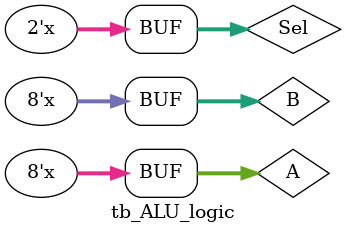
<source format=v>

`timescale 1ns/1ns
module tb_ALU_logic;
reg [1:0] Sel;
reg [7:0] A,B ;
wire [7:0] LogicUnit;

ALU_logic ALU_logic (.Sel(Sel),.A(A),.B(B),.LogicUnit(LogicUnit));

always #50 Sel=Sel+2'b01;
always #50 A=A+1;
always #50 B=B+1;

initial begin 
Sel=2'b00; A=0; B=0;
end
endmodule

</source>
